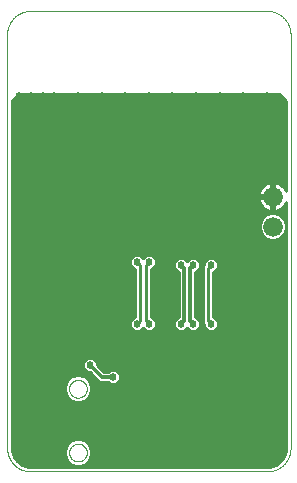
<source format=gbl>
G75*
%MOIN*%
%OFA0B0*%
%FSLAX25Y25*%
%IPPOS*%
%LPD*%
%AMOC8*
5,1,8,0,0,1.08239X$1,22.5*
%
%ADD10C,0.00000*%
%ADD11C,0.06600*%
%ADD12C,0.01000*%
%ADD13C,0.02460*%
%ADD14C,0.01200*%
D10*
X0009971Y0009124D02*
X0088711Y0009124D01*
X0088901Y0009126D01*
X0089091Y0009133D01*
X0089281Y0009145D01*
X0089471Y0009161D01*
X0089660Y0009181D01*
X0089849Y0009207D01*
X0090037Y0009236D01*
X0090224Y0009271D01*
X0090410Y0009310D01*
X0090595Y0009353D01*
X0090780Y0009401D01*
X0090963Y0009453D01*
X0091144Y0009509D01*
X0091324Y0009570D01*
X0091503Y0009636D01*
X0091680Y0009705D01*
X0091856Y0009779D01*
X0092029Y0009857D01*
X0092201Y0009940D01*
X0092370Y0010026D01*
X0092538Y0010116D01*
X0092703Y0010211D01*
X0092866Y0010309D01*
X0093026Y0010412D01*
X0093184Y0010518D01*
X0093339Y0010628D01*
X0093492Y0010741D01*
X0093642Y0010859D01*
X0093788Y0010980D01*
X0093932Y0011104D01*
X0094073Y0011232D01*
X0094211Y0011363D01*
X0094346Y0011498D01*
X0094477Y0011636D01*
X0094605Y0011777D01*
X0094729Y0011921D01*
X0094850Y0012067D01*
X0094968Y0012217D01*
X0095081Y0012370D01*
X0095191Y0012525D01*
X0095297Y0012683D01*
X0095400Y0012843D01*
X0095498Y0013006D01*
X0095593Y0013171D01*
X0095683Y0013339D01*
X0095769Y0013508D01*
X0095852Y0013680D01*
X0095930Y0013853D01*
X0096004Y0014029D01*
X0096073Y0014206D01*
X0096139Y0014385D01*
X0096200Y0014565D01*
X0096256Y0014746D01*
X0096308Y0014929D01*
X0096356Y0015114D01*
X0096399Y0015299D01*
X0096438Y0015485D01*
X0096473Y0015672D01*
X0096502Y0015860D01*
X0096528Y0016049D01*
X0096548Y0016238D01*
X0096564Y0016428D01*
X0096576Y0016618D01*
X0096583Y0016808D01*
X0096585Y0016998D01*
X0096585Y0154793D01*
X0096583Y0154983D01*
X0096576Y0155173D01*
X0096564Y0155363D01*
X0096548Y0155553D01*
X0096528Y0155742D01*
X0096502Y0155931D01*
X0096473Y0156119D01*
X0096438Y0156306D01*
X0096399Y0156492D01*
X0096356Y0156677D01*
X0096308Y0156862D01*
X0096256Y0157045D01*
X0096200Y0157226D01*
X0096139Y0157406D01*
X0096073Y0157585D01*
X0096004Y0157762D01*
X0095930Y0157938D01*
X0095852Y0158111D01*
X0095769Y0158283D01*
X0095683Y0158452D01*
X0095593Y0158620D01*
X0095498Y0158785D01*
X0095400Y0158948D01*
X0095297Y0159108D01*
X0095191Y0159266D01*
X0095081Y0159421D01*
X0094968Y0159574D01*
X0094850Y0159724D01*
X0094729Y0159870D01*
X0094605Y0160014D01*
X0094477Y0160155D01*
X0094346Y0160293D01*
X0094211Y0160428D01*
X0094073Y0160559D01*
X0093932Y0160687D01*
X0093788Y0160811D01*
X0093642Y0160932D01*
X0093492Y0161050D01*
X0093339Y0161163D01*
X0093184Y0161273D01*
X0093026Y0161379D01*
X0092866Y0161482D01*
X0092703Y0161580D01*
X0092538Y0161675D01*
X0092370Y0161765D01*
X0092201Y0161851D01*
X0092029Y0161934D01*
X0091856Y0162012D01*
X0091680Y0162086D01*
X0091503Y0162155D01*
X0091324Y0162221D01*
X0091144Y0162282D01*
X0090963Y0162338D01*
X0090780Y0162390D01*
X0090595Y0162438D01*
X0090410Y0162481D01*
X0090224Y0162520D01*
X0090037Y0162555D01*
X0089849Y0162584D01*
X0089660Y0162610D01*
X0089471Y0162630D01*
X0089281Y0162646D01*
X0089091Y0162658D01*
X0088901Y0162665D01*
X0088711Y0162667D01*
X0009971Y0162667D01*
X0009781Y0162665D01*
X0009591Y0162658D01*
X0009401Y0162646D01*
X0009211Y0162630D01*
X0009022Y0162610D01*
X0008833Y0162584D01*
X0008645Y0162555D01*
X0008458Y0162520D01*
X0008272Y0162481D01*
X0008087Y0162438D01*
X0007902Y0162390D01*
X0007719Y0162338D01*
X0007538Y0162282D01*
X0007358Y0162221D01*
X0007179Y0162155D01*
X0007002Y0162086D01*
X0006826Y0162012D01*
X0006653Y0161934D01*
X0006481Y0161851D01*
X0006312Y0161765D01*
X0006144Y0161675D01*
X0005979Y0161580D01*
X0005816Y0161482D01*
X0005656Y0161379D01*
X0005498Y0161273D01*
X0005343Y0161163D01*
X0005190Y0161050D01*
X0005040Y0160932D01*
X0004894Y0160811D01*
X0004750Y0160687D01*
X0004609Y0160559D01*
X0004471Y0160428D01*
X0004336Y0160293D01*
X0004205Y0160155D01*
X0004077Y0160014D01*
X0003953Y0159870D01*
X0003832Y0159724D01*
X0003714Y0159574D01*
X0003601Y0159421D01*
X0003491Y0159266D01*
X0003385Y0159108D01*
X0003282Y0158948D01*
X0003184Y0158785D01*
X0003089Y0158620D01*
X0002999Y0158452D01*
X0002913Y0158283D01*
X0002830Y0158111D01*
X0002752Y0157938D01*
X0002678Y0157762D01*
X0002609Y0157585D01*
X0002543Y0157406D01*
X0002482Y0157226D01*
X0002426Y0157045D01*
X0002374Y0156862D01*
X0002326Y0156677D01*
X0002283Y0156492D01*
X0002244Y0156306D01*
X0002209Y0156119D01*
X0002180Y0155931D01*
X0002154Y0155742D01*
X0002134Y0155553D01*
X0002118Y0155363D01*
X0002106Y0155173D01*
X0002099Y0154983D01*
X0002097Y0154793D01*
X0002097Y0016998D01*
X0002099Y0016808D01*
X0002106Y0016618D01*
X0002118Y0016428D01*
X0002134Y0016238D01*
X0002154Y0016049D01*
X0002180Y0015860D01*
X0002209Y0015672D01*
X0002244Y0015485D01*
X0002283Y0015299D01*
X0002326Y0015114D01*
X0002374Y0014929D01*
X0002426Y0014746D01*
X0002482Y0014565D01*
X0002543Y0014385D01*
X0002609Y0014206D01*
X0002678Y0014029D01*
X0002752Y0013853D01*
X0002830Y0013680D01*
X0002913Y0013508D01*
X0002999Y0013339D01*
X0003089Y0013171D01*
X0003184Y0013006D01*
X0003282Y0012843D01*
X0003385Y0012683D01*
X0003491Y0012525D01*
X0003601Y0012370D01*
X0003714Y0012217D01*
X0003832Y0012067D01*
X0003953Y0011921D01*
X0004077Y0011777D01*
X0004205Y0011636D01*
X0004336Y0011498D01*
X0004471Y0011363D01*
X0004609Y0011232D01*
X0004750Y0011104D01*
X0004894Y0010980D01*
X0005040Y0010859D01*
X0005190Y0010741D01*
X0005343Y0010628D01*
X0005498Y0010518D01*
X0005656Y0010412D01*
X0005816Y0010309D01*
X0005979Y0010211D01*
X0006144Y0010116D01*
X0006312Y0010026D01*
X0006481Y0009940D01*
X0006653Y0009857D01*
X0006826Y0009779D01*
X0007002Y0009705D01*
X0007179Y0009636D01*
X0007358Y0009570D01*
X0007538Y0009509D01*
X0007719Y0009453D01*
X0007902Y0009401D01*
X0008087Y0009353D01*
X0008272Y0009310D01*
X0008458Y0009271D01*
X0008645Y0009236D01*
X0008833Y0009207D01*
X0009022Y0009181D01*
X0009211Y0009161D01*
X0009401Y0009145D01*
X0009591Y0009133D01*
X0009781Y0009126D01*
X0009971Y0009124D01*
X0022766Y0015423D02*
X0022768Y0015531D01*
X0022774Y0015640D01*
X0022784Y0015748D01*
X0022798Y0015855D01*
X0022816Y0015962D01*
X0022837Y0016069D01*
X0022863Y0016174D01*
X0022893Y0016279D01*
X0022926Y0016382D01*
X0022963Y0016484D01*
X0023004Y0016584D01*
X0023048Y0016683D01*
X0023097Y0016781D01*
X0023148Y0016876D01*
X0023203Y0016969D01*
X0023262Y0017061D01*
X0023324Y0017150D01*
X0023389Y0017237D01*
X0023457Y0017321D01*
X0023528Y0017403D01*
X0023602Y0017482D01*
X0023679Y0017558D01*
X0023759Y0017632D01*
X0023842Y0017702D01*
X0023927Y0017770D01*
X0024014Y0017834D01*
X0024104Y0017895D01*
X0024196Y0017953D01*
X0024290Y0018007D01*
X0024386Y0018058D01*
X0024483Y0018105D01*
X0024583Y0018149D01*
X0024684Y0018189D01*
X0024786Y0018225D01*
X0024889Y0018257D01*
X0024994Y0018286D01*
X0025100Y0018310D01*
X0025206Y0018331D01*
X0025313Y0018348D01*
X0025421Y0018361D01*
X0025529Y0018370D01*
X0025638Y0018375D01*
X0025746Y0018376D01*
X0025855Y0018373D01*
X0025963Y0018366D01*
X0026071Y0018355D01*
X0026178Y0018340D01*
X0026285Y0018321D01*
X0026391Y0018298D01*
X0026496Y0018272D01*
X0026601Y0018241D01*
X0026703Y0018207D01*
X0026805Y0018169D01*
X0026905Y0018127D01*
X0027004Y0018082D01*
X0027101Y0018033D01*
X0027195Y0017980D01*
X0027288Y0017924D01*
X0027379Y0017865D01*
X0027468Y0017802D01*
X0027554Y0017737D01*
X0027638Y0017668D01*
X0027719Y0017596D01*
X0027797Y0017521D01*
X0027873Y0017443D01*
X0027946Y0017362D01*
X0028016Y0017279D01*
X0028082Y0017194D01*
X0028146Y0017106D01*
X0028206Y0017015D01*
X0028263Y0016923D01*
X0028316Y0016828D01*
X0028366Y0016732D01*
X0028412Y0016634D01*
X0028455Y0016534D01*
X0028494Y0016433D01*
X0028529Y0016330D01*
X0028561Y0016227D01*
X0028588Y0016122D01*
X0028612Y0016016D01*
X0028632Y0015909D01*
X0028648Y0015802D01*
X0028660Y0015694D01*
X0028668Y0015586D01*
X0028672Y0015477D01*
X0028672Y0015369D01*
X0028668Y0015260D01*
X0028660Y0015152D01*
X0028648Y0015044D01*
X0028632Y0014937D01*
X0028612Y0014830D01*
X0028588Y0014724D01*
X0028561Y0014619D01*
X0028529Y0014516D01*
X0028494Y0014413D01*
X0028455Y0014312D01*
X0028412Y0014212D01*
X0028366Y0014114D01*
X0028316Y0014018D01*
X0028263Y0013923D01*
X0028206Y0013831D01*
X0028146Y0013740D01*
X0028082Y0013652D01*
X0028016Y0013567D01*
X0027946Y0013484D01*
X0027873Y0013403D01*
X0027797Y0013325D01*
X0027719Y0013250D01*
X0027638Y0013178D01*
X0027554Y0013109D01*
X0027468Y0013044D01*
X0027379Y0012981D01*
X0027288Y0012922D01*
X0027196Y0012866D01*
X0027101Y0012813D01*
X0027004Y0012764D01*
X0026905Y0012719D01*
X0026805Y0012677D01*
X0026703Y0012639D01*
X0026601Y0012605D01*
X0026496Y0012574D01*
X0026391Y0012548D01*
X0026285Y0012525D01*
X0026178Y0012506D01*
X0026071Y0012491D01*
X0025963Y0012480D01*
X0025855Y0012473D01*
X0025746Y0012470D01*
X0025638Y0012471D01*
X0025529Y0012476D01*
X0025421Y0012485D01*
X0025313Y0012498D01*
X0025206Y0012515D01*
X0025100Y0012536D01*
X0024994Y0012560D01*
X0024889Y0012589D01*
X0024786Y0012621D01*
X0024684Y0012657D01*
X0024583Y0012697D01*
X0024483Y0012741D01*
X0024386Y0012788D01*
X0024290Y0012839D01*
X0024196Y0012893D01*
X0024104Y0012951D01*
X0024014Y0013012D01*
X0023927Y0013076D01*
X0023842Y0013144D01*
X0023759Y0013214D01*
X0023679Y0013288D01*
X0023602Y0013364D01*
X0023528Y0013443D01*
X0023457Y0013525D01*
X0023389Y0013609D01*
X0023324Y0013696D01*
X0023262Y0013785D01*
X0023203Y0013877D01*
X0023148Y0013970D01*
X0023097Y0014065D01*
X0023048Y0014163D01*
X0023004Y0014262D01*
X0022963Y0014362D01*
X0022926Y0014464D01*
X0022893Y0014567D01*
X0022863Y0014672D01*
X0022837Y0014777D01*
X0022816Y0014884D01*
X0022798Y0014991D01*
X0022784Y0015098D01*
X0022774Y0015206D01*
X0022768Y0015315D01*
X0022766Y0015423D01*
X0022766Y0036683D02*
X0022768Y0036791D01*
X0022774Y0036900D01*
X0022784Y0037008D01*
X0022798Y0037115D01*
X0022816Y0037222D01*
X0022837Y0037329D01*
X0022863Y0037434D01*
X0022893Y0037539D01*
X0022926Y0037642D01*
X0022963Y0037744D01*
X0023004Y0037844D01*
X0023048Y0037943D01*
X0023097Y0038041D01*
X0023148Y0038136D01*
X0023203Y0038229D01*
X0023262Y0038321D01*
X0023324Y0038410D01*
X0023389Y0038497D01*
X0023457Y0038581D01*
X0023528Y0038663D01*
X0023602Y0038742D01*
X0023679Y0038818D01*
X0023759Y0038892D01*
X0023842Y0038962D01*
X0023927Y0039030D01*
X0024014Y0039094D01*
X0024104Y0039155D01*
X0024196Y0039213D01*
X0024290Y0039267D01*
X0024386Y0039318D01*
X0024483Y0039365D01*
X0024583Y0039409D01*
X0024684Y0039449D01*
X0024786Y0039485D01*
X0024889Y0039517D01*
X0024994Y0039546D01*
X0025100Y0039570D01*
X0025206Y0039591D01*
X0025313Y0039608D01*
X0025421Y0039621D01*
X0025529Y0039630D01*
X0025638Y0039635D01*
X0025746Y0039636D01*
X0025855Y0039633D01*
X0025963Y0039626D01*
X0026071Y0039615D01*
X0026178Y0039600D01*
X0026285Y0039581D01*
X0026391Y0039558D01*
X0026496Y0039532D01*
X0026601Y0039501D01*
X0026703Y0039467D01*
X0026805Y0039429D01*
X0026905Y0039387D01*
X0027004Y0039342D01*
X0027101Y0039293D01*
X0027195Y0039240D01*
X0027288Y0039184D01*
X0027379Y0039125D01*
X0027468Y0039062D01*
X0027554Y0038997D01*
X0027638Y0038928D01*
X0027719Y0038856D01*
X0027797Y0038781D01*
X0027873Y0038703D01*
X0027946Y0038622D01*
X0028016Y0038539D01*
X0028082Y0038454D01*
X0028146Y0038366D01*
X0028206Y0038275D01*
X0028263Y0038183D01*
X0028316Y0038088D01*
X0028366Y0037992D01*
X0028412Y0037894D01*
X0028455Y0037794D01*
X0028494Y0037693D01*
X0028529Y0037590D01*
X0028561Y0037487D01*
X0028588Y0037382D01*
X0028612Y0037276D01*
X0028632Y0037169D01*
X0028648Y0037062D01*
X0028660Y0036954D01*
X0028668Y0036846D01*
X0028672Y0036737D01*
X0028672Y0036629D01*
X0028668Y0036520D01*
X0028660Y0036412D01*
X0028648Y0036304D01*
X0028632Y0036197D01*
X0028612Y0036090D01*
X0028588Y0035984D01*
X0028561Y0035879D01*
X0028529Y0035776D01*
X0028494Y0035673D01*
X0028455Y0035572D01*
X0028412Y0035472D01*
X0028366Y0035374D01*
X0028316Y0035278D01*
X0028263Y0035183D01*
X0028206Y0035091D01*
X0028146Y0035000D01*
X0028082Y0034912D01*
X0028016Y0034827D01*
X0027946Y0034744D01*
X0027873Y0034663D01*
X0027797Y0034585D01*
X0027719Y0034510D01*
X0027638Y0034438D01*
X0027554Y0034369D01*
X0027468Y0034304D01*
X0027379Y0034241D01*
X0027288Y0034182D01*
X0027196Y0034126D01*
X0027101Y0034073D01*
X0027004Y0034024D01*
X0026905Y0033979D01*
X0026805Y0033937D01*
X0026703Y0033899D01*
X0026601Y0033865D01*
X0026496Y0033834D01*
X0026391Y0033808D01*
X0026285Y0033785D01*
X0026178Y0033766D01*
X0026071Y0033751D01*
X0025963Y0033740D01*
X0025855Y0033733D01*
X0025746Y0033730D01*
X0025638Y0033731D01*
X0025529Y0033736D01*
X0025421Y0033745D01*
X0025313Y0033758D01*
X0025206Y0033775D01*
X0025100Y0033796D01*
X0024994Y0033820D01*
X0024889Y0033849D01*
X0024786Y0033881D01*
X0024684Y0033917D01*
X0024583Y0033957D01*
X0024483Y0034001D01*
X0024386Y0034048D01*
X0024290Y0034099D01*
X0024196Y0034153D01*
X0024104Y0034211D01*
X0024014Y0034272D01*
X0023927Y0034336D01*
X0023842Y0034404D01*
X0023759Y0034474D01*
X0023679Y0034548D01*
X0023602Y0034624D01*
X0023528Y0034703D01*
X0023457Y0034785D01*
X0023389Y0034869D01*
X0023324Y0034956D01*
X0023262Y0035045D01*
X0023203Y0035137D01*
X0023148Y0035230D01*
X0023097Y0035325D01*
X0023048Y0035423D01*
X0023004Y0035522D01*
X0022963Y0035622D01*
X0022926Y0035724D01*
X0022893Y0035827D01*
X0022863Y0035932D01*
X0022837Y0036037D01*
X0022816Y0036144D01*
X0022798Y0036251D01*
X0022784Y0036358D01*
X0022774Y0036466D01*
X0022768Y0036575D01*
X0022766Y0036683D01*
D11*
X0090680Y0090738D03*
X0090680Y0100738D03*
D12*
X0007078Y0011319D02*
X0005464Y0012491D01*
X0004292Y0014104D01*
X0003676Y0016001D01*
X0003597Y0016998D01*
X0003597Y0132671D01*
X0006034Y0135108D01*
X0092648Y0135108D01*
X0095085Y0132671D01*
X0095085Y0102665D01*
X0094785Y0103254D01*
X0094341Y0103865D01*
X0093807Y0104399D01*
X0093196Y0104844D01*
X0092522Y0105187D01*
X0091804Y0105420D01*
X0091164Y0105521D01*
X0091164Y0101223D01*
X0090196Y0101223D01*
X0090196Y0105521D01*
X0089556Y0105420D01*
X0088837Y0105187D01*
X0088164Y0104844D01*
X0087553Y0104399D01*
X0087019Y0103865D01*
X0086575Y0103254D01*
X0086232Y0102581D01*
X0085998Y0101862D01*
X0085897Y0101222D01*
X0090196Y0101222D01*
X0090196Y0100254D01*
X0091164Y0100254D01*
X0091164Y0095955D01*
X0091804Y0096056D01*
X0092522Y0096290D01*
X0093196Y0096633D01*
X0093807Y0097077D01*
X0094341Y0097611D01*
X0094785Y0098222D01*
X0095085Y0098812D01*
X0095085Y0016998D01*
X0095007Y0016001D01*
X0094391Y0014104D01*
X0093219Y0012491D01*
X0091605Y0011319D01*
X0089709Y0010702D01*
X0088711Y0010624D01*
X0009971Y0010624D01*
X0008974Y0010702D01*
X0007078Y0011319D01*
X0007686Y0011121D02*
X0024470Y0011121D01*
X0024834Y0010970D02*
X0023197Y0011648D01*
X0021944Y0012901D01*
X0021267Y0014538D01*
X0021267Y0016309D01*
X0021944Y0017946D01*
X0023197Y0019198D01*
X0024834Y0019876D01*
X0026605Y0019876D01*
X0028242Y0019198D01*
X0029494Y0017946D01*
X0030172Y0016309D01*
X0030172Y0014538D01*
X0029494Y0012901D01*
X0028242Y0011648D01*
X0026605Y0010970D01*
X0024834Y0010970D01*
X0026968Y0011121D02*
X0090997Y0011121D01*
X0092707Y0012120D02*
X0028713Y0012120D01*
X0029584Y0013118D02*
X0093674Y0013118D01*
X0094395Y0014117D02*
X0029998Y0014117D01*
X0030172Y0015115D02*
X0094719Y0015115D01*
X0095016Y0016114D02*
X0030172Y0016114D01*
X0029839Y0017112D02*
X0095085Y0017112D01*
X0095085Y0018111D02*
X0029329Y0018111D01*
X0028331Y0019109D02*
X0095085Y0019109D01*
X0095085Y0020108D02*
X0003597Y0020108D01*
X0003597Y0021106D02*
X0095085Y0021106D01*
X0095085Y0022105D02*
X0003597Y0022105D01*
X0003597Y0023103D02*
X0095085Y0023103D01*
X0095085Y0024102D02*
X0003597Y0024102D01*
X0003597Y0025100D02*
X0095085Y0025100D01*
X0095085Y0026099D02*
X0003597Y0026099D01*
X0003597Y0027097D02*
X0095085Y0027097D01*
X0095085Y0028096D02*
X0003597Y0028096D01*
X0003597Y0029094D02*
X0095085Y0029094D01*
X0095085Y0030093D02*
X0003597Y0030093D01*
X0003597Y0031091D02*
X0095085Y0031091D01*
X0095085Y0032090D02*
X0003597Y0032090D01*
X0003597Y0033088D02*
X0023017Y0033088D01*
X0023197Y0032908D02*
X0024834Y0032230D01*
X0026605Y0032230D01*
X0028242Y0032908D01*
X0029494Y0034161D01*
X0030172Y0035797D01*
X0030172Y0037569D01*
X0029494Y0039205D01*
X0028242Y0040458D01*
X0026605Y0041136D01*
X0024834Y0041136D01*
X0023197Y0040458D01*
X0021944Y0039205D01*
X0021267Y0037569D01*
X0021267Y0035797D01*
X0021944Y0034161D01*
X0023197Y0032908D01*
X0022018Y0034087D02*
X0003597Y0034087D01*
X0003597Y0035085D02*
X0021561Y0035085D01*
X0021267Y0036084D02*
X0003597Y0036084D01*
X0003597Y0037082D02*
X0021267Y0037082D01*
X0021479Y0038081D02*
X0003597Y0038081D01*
X0003597Y0039079D02*
X0021892Y0039079D01*
X0022817Y0040078D02*
X0003597Y0040078D01*
X0003597Y0041076D02*
X0024690Y0041076D01*
X0026748Y0041076D02*
X0030733Y0041076D01*
X0031731Y0040078D02*
X0028622Y0040078D01*
X0029546Y0039079D02*
X0032730Y0039079D01*
X0032889Y0038920D02*
X0035935Y0038920D01*
X0036565Y0038290D01*
X0038495Y0038290D01*
X0039860Y0039655D01*
X0039860Y0041585D01*
X0038495Y0042950D01*
X0036565Y0042950D01*
X0035935Y0042320D01*
X0034297Y0042320D01*
X0031986Y0044631D01*
X0031986Y0045522D01*
X0030621Y0046887D01*
X0028691Y0046887D01*
X0027326Y0045522D01*
X0027326Y0043592D01*
X0028691Y0042227D01*
X0029582Y0042227D01*
X0032889Y0038920D01*
X0033544Y0043073D02*
X0095085Y0043073D01*
X0095085Y0042075D02*
X0039370Y0042075D01*
X0039860Y0041076D02*
X0095085Y0041076D01*
X0095085Y0040078D02*
X0039860Y0040078D01*
X0039285Y0039079D02*
X0095085Y0039079D01*
X0095085Y0038081D02*
X0029960Y0038081D01*
X0030172Y0037082D02*
X0095085Y0037082D01*
X0095085Y0036084D02*
X0030172Y0036084D01*
X0029877Y0035085D02*
X0095085Y0035085D01*
X0095085Y0034087D02*
X0029420Y0034087D01*
X0028422Y0033088D02*
X0095085Y0033088D01*
X0095085Y0044072D02*
X0032546Y0044072D01*
X0031986Y0045070D02*
X0095085Y0045070D01*
X0095085Y0046069D02*
X0031439Y0046069D01*
X0029734Y0042075D02*
X0003597Y0042075D01*
X0003597Y0043073D02*
X0027845Y0043073D01*
X0027326Y0044072D02*
X0003597Y0044072D01*
X0003597Y0045070D02*
X0027326Y0045070D01*
X0027873Y0046069D02*
X0003597Y0046069D01*
X0003597Y0047067D02*
X0095085Y0047067D01*
X0095085Y0048066D02*
X0003597Y0048066D01*
X0003597Y0049064D02*
X0095085Y0049064D01*
X0095085Y0050063D02*
X0003597Y0050063D01*
X0003597Y0051061D02*
X0095085Y0051061D01*
X0095085Y0052060D02*
X0003597Y0052060D01*
X0003597Y0053059D02*
X0095085Y0053059D01*
X0095085Y0054057D02*
X0003597Y0054057D01*
X0003597Y0055056D02*
X0095085Y0055056D01*
X0095085Y0056054D02*
X0071023Y0056054D01*
X0070976Y0056007D02*
X0072341Y0057372D01*
X0072341Y0059302D01*
X0070976Y0060667D01*
X0070626Y0060667D01*
X0070626Y0075692D01*
X0070976Y0075692D01*
X0072341Y0077057D01*
X0072341Y0078987D01*
X0070976Y0080352D01*
X0069046Y0080352D01*
X0067681Y0078987D01*
X0067681Y0077954D01*
X0067426Y0077700D01*
X0067426Y0058658D01*
X0067681Y0058404D01*
X0067681Y0057372D01*
X0069046Y0056007D01*
X0070976Y0056007D01*
X0072022Y0057053D02*
X0095085Y0057053D01*
X0095085Y0058051D02*
X0072341Y0058051D01*
X0072341Y0059050D02*
X0095085Y0059050D01*
X0095085Y0060048D02*
X0071594Y0060048D01*
X0070626Y0061047D02*
X0095085Y0061047D01*
X0095085Y0062045D02*
X0070626Y0062045D01*
X0070626Y0063044D02*
X0095085Y0063044D01*
X0095085Y0064042D02*
X0070626Y0064042D01*
X0070626Y0065041D02*
X0095085Y0065041D01*
X0095085Y0066039D02*
X0070626Y0066039D01*
X0070626Y0067038D02*
X0095085Y0067038D01*
X0095085Y0068036D02*
X0070626Y0068036D01*
X0070626Y0069035D02*
X0095085Y0069035D01*
X0095085Y0070033D02*
X0070626Y0070033D01*
X0070626Y0071032D02*
X0095085Y0071032D01*
X0095085Y0072030D02*
X0070626Y0072030D01*
X0070626Y0073029D02*
X0095085Y0073029D01*
X0095085Y0074027D02*
X0070626Y0074027D01*
X0070626Y0075026D02*
X0095085Y0075026D01*
X0095085Y0076024D02*
X0071308Y0076024D01*
X0072307Y0077023D02*
X0095085Y0077023D01*
X0095085Y0078021D02*
X0072341Y0078021D01*
X0072307Y0079020D02*
X0095085Y0079020D01*
X0095085Y0080018D02*
X0071309Y0080018D01*
X0070011Y0078022D02*
X0069026Y0077037D01*
X0069026Y0059321D01*
X0070011Y0058337D01*
X0068998Y0056054D02*
X0065118Y0056054D01*
X0065070Y0056007D02*
X0066435Y0057372D01*
X0066435Y0059302D01*
X0065070Y0060667D01*
X0064821Y0060667D01*
X0064821Y0075692D01*
X0065070Y0075692D01*
X0066435Y0077057D01*
X0066435Y0078987D01*
X0065070Y0080352D01*
X0063140Y0080352D01*
X0062137Y0079348D01*
X0061133Y0080352D01*
X0059203Y0080352D01*
X0057838Y0078987D01*
X0057838Y0077057D01*
X0059203Y0075692D01*
X0059452Y0075692D01*
X0059452Y0060667D01*
X0059203Y0060667D01*
X0057838Y0059302D01*
X0057838Y0057372D01*
X0059203Y0056007D01*
X0061133Y0056007D01*
X0062137Y0057010D01*
X0063140Y0056007D01*
X0065070Y0056007D01*
X0066116Y0057053D02*
X0068000Y0057053D01*
X0067681Y0058051D02*
X0066435Y0058051D01*
X0066435Y0059050D02*
X0067426Y0059050D01*
X0067426Y0060048D02*
X0065689Y0060048D01*
X0064821Y0061047D02*
X0067426Y0061047D01*
X0067426Y0062045D02*
X0064821Y0062045D01*
X0064821Y0063044D02*
X0067426Y0063044D01*
X0067426Y0064042D02*
X0064821Y0064042D01*
X0064821Y0065041D02*
X0067426Y0065041D01*
X0067426Y0066039D02*
X0064821Y0066039D01*
X0064821Y0067038D02*
X0067426Y0067038D01*
X0067426Y0068036D02*
X0064821Y0068036D01*
X0064821Y0069035D02*
X0067426Y0069035D01*
X0067426Y0070033D02*
X0064821Y0070033D01*
X0064821Y0071032D02*
X0067426Y0071032D01*
X0067426Y0072030D02*
X0064821Y0072030D01*
X0064821Y0073029D02*
X0067426Y0073029D01*
X0067426Y0074027D02*
X0064821Y0074027D01*
X0064821Y0075026D02*
X0067426Y0075026D01*
X0067426Y0076024D02*
X0065403Y0076024D01*
X0066401Y0077023D02*
X0067426Y0077023D01*
X0067681Y0078021D02*
X0066435Y0078021D01*
X0066402Y0079020D02*
X0067714Y0079020D01*
X0068712Y0080018D02*
X0065403Y0080018D01*
X0062807Y0080018D02*
X0061466Y0080018D01*
X0058870Y0080018D02*
X0051624Y0080018D01*
X0051671Y0079971D02*
X0050306Y0081336D01*
X0048376Y0081336D01*
X0047373Y0080332D01*
X0046369Y0081336D01*
X0044439Y0081336D01*
X0043074Y0079971D01*
X0043074Y0078041D01*
X0044439Y0076676D01*
X0044789Y0076676D01*
X0044789Y0060667D01*
X0044439Y0060667D01*
X0043074Y0059302D01*
X0043074Y0057372D01*
X0044439Y0056007D01*
X0046369Y0056007D01*
X0047373Y0057010D01*
X0048376Y0056007D01*
X0050306Y0056007D01*
X0051671Y0057372D01*
X0051671Y0059302D01*
X0050306Y0060667D01*
X0049957Y0060667D01*
X0049957Y0076676D01*
X0050306Y0076676D01*
X0051671Y0078041D01*
X0051671Y0079971D01*
X0051671Y0079020D02*
X0057871Y0079020D01*
X0057838Y0078021D02*
X0051652Y0078021D01*
X0050653Y0077023D02*
X0057872Y0077023D01*
X0058870Y0076024D02*
X0049957Y0076024D01*
X0049957Y0075026D02*
X0059452Y0075026D01*
X0059452Y0074027D02*
X0049957Y0074027D01*
X0049957Y0073029D02*
X0059452Y0073029D01*
X0059452Y0072030D02*
X0049957Y0072030D01*
X0049957Y0071032D02*
X0059452Y0071032D01*
X0059452Y0070033D02*
X0049957Y0070033D01*
X0049957Y0069035D02*
X0059452Y0069035D01*
X0059452Y0068036D02*
X0049957Y0068036D01*
X0049957Y0067038D02*
X0059452Y0067038D01*
X0059452Y0066039D02*
X0049957Y0066039D01*
X0049957Y0065041D02*
X0059452Y0065041D01*
X0059452Y0064042D02*
X0049957Y0064042D01*
X0049957Y0063044D02*
X0059452Y0063044D01*
X0059452Y0062045D02*
X0049957Y0062045D01*
X0049957Y0061047D02*
X0059452Y0061047D01*
X0058585Y0060048D02*
X0050925Y0060048D01*
X0051671Y0059050D02*
X0057838Y0059050D01*
X0057838Y0058051D02*
X0051671Y0058051D01*
X0051352Y0057053D02*
X0058157Y0057053D01*
X0059156Y0056054D02*
X0050354Y0056054D01*
X0049341Y0058337D02*
X0048357Y0059321D01*
X0048357Y0078022D01*
X0049341Y0079006D01*
X0050625Y0081017D02*
X0095085Y0081017D01*
X0095085Y0082015D02*
X0003597Y0082015D01*
X0003597Y0081017D02*
X0044120Y0081017D01*
X0043122Y0080018D02*
X0003597Y0080018D01*
X0003597Y0079020D02*
X0043074Y0079020D01*
X0043094Y0078021D02*
X0003597Y0078021D01*
X0003597Y0077023D02*
X0044092Y0077023D01*
X0044789Y0076024D02*
X0003597Y0076024D01*
X0003597Y0075026D02*
X0044789Y0075026D01*
X0044789Y0074027D02*
X0003597Y0074027D01*
X0003597Y0073029D02*
X0044789Y0073029D01*
X0044789Y0072030D02*
X0003597Y0072030D01*
X0003597Y0071032D02*
X0044789Y0071032D01*
X0044789Y0070033D02*
X0003597Y0070033D01*
X0003597Y0069035D02*
X0044789Y0069035D01*
X0044789Y0068036D02*
X0003597Y0068036D01*
X0003597Y0067038D02*
X0044789Y0067038D01*
X0044789Y0066039D02*
X0003597Y0066039D01*
X0003597Y0065041D02*
X0044789Y0065041D01*
X0044789Y0064042D02*
X0003597Y0064042D01*
X0003597Y0063044D02*
X0044789Y0063044D01*
X0044789Y0062045D02*
X0003597Y0062045D01*
X0003597Y0061047D02*
X0044789Y0061047D01*
X0043821Y0060048D02*
X0003597Y0060048D01*
X0003597Y0059050D02*
X0043074Y0059050D01*
X0043074Y0058051D02*
X0003597Y0058051D01*
X0003597Y0057053D02*
X0043393Y0057053D01*
X0044392Y0056054D02*
X0003597Y0056054D01*
X0003597Y0083014D02*
X0095085Y0083014D01*
X0095085Y0084012D02*
X0003597Y0084012D01*
X0003597Y0085011D02*
X0095085Y0085011D01*
X0095085Y0086009D02*
X0003597Y0086009D01*
X0003597Y0087008D02*
X0088188Y0087008D01*
X0089805Y0086338D01*
X0091555Y0086338D01*
X0093172Y0087008D01*
X0095085Y0087008D01*
X0095085Y0088006D02*
X0094171Y0088006D01*
X0094410Y0088246D02*
X0095080Y0089863D01*
X0095080Y0091613D01*
X0094410Y0093231D01*
X0093172Y0094468D01*
X0091555Y0095138D01*
X0089805Y0095138D01*
X0088188Y0094468D01*
X0086950Y0093231D01*
X0086280Y0091613D01*
X0086280Y0089863D01*
X0086950Y0088246D01*
X0088188Y0087008D01*
X0087189Y0088006D02*
X0003597Y0088006D01*
X0003597Y0089005D02*
X0086635Y0089005D01*
X0086280Y0090003D02*
X0003597Y0090003D01*
X0003597Y0091002D02*
X0086280Y0091002D01*
X0086440Y0092000D02*
X0003597Y0092000D01*
X0003597Y0092999D02*
X0086854Y0092999D01*
X0087717Y0093997D02*
X0003597Y0093997D01*
X0003597Y0094996D02*
X0089461Y0094996D01*
X0089556Y0096056D02*
X0088837Y0096290D01*
X0088164Y0096633D01*
X0087553Y0097077D01*
X0087019Y0097611D01*
X0086575Y0098222D01*
X0086232Y0098896D01*
X0085998Y0099614D01*
X0085897Y0100254D01*
X0090196Y0100254D01*
X0090196Y0095955D01*
X0089556Y0096056D01*
X0089947Y0095995D02*
X0003597Y0095995D01*
X0003597Y0096993D02*
X0087668Y0096993D01*
X0086742Y0097992D02*
X0003597Y0097992D01*
X0003597Y0098990D02*
X0086201Y0098990D01*
X0085939Y0099989D02*
X0003597Y0099989D01*
X0003597Y0100987D02*
X0090196Y0100987D01*
X0090196Y0099989D02*
X0091164Y0099989D01*
X0091164Y0098990D02*
X0090196Y0098990D01*
X0090196Y0097992D02*
X0091164Y0097992D01*
X0091164Y0096993D02*
X0090196Y0096993D01*
X0090196Y0095995D02*
X0091164Y0095995D01*
X0091413Y0095995D02*
X0095085Y0095995D01*
X0095085Y0096993D02*
X0093691Y0096993D01*
X0094617Y0097992D02*
X0095085Y0097992D01*
X0095085Y0094996D02*
X0091898Y0094996D01*
X0093643Y0093997D02*
X0095085Y0093997D01*
X0095085Y0092999D02*
X0094506Y0092999D01*
X0094920Y0092000D02*
X0095085Y0092000D01*
X0095080Y0091002D02*
X0095085Y0091002D01*
X0095080Y0090003D02*
X0095085Y0090003D01*
X0095085Y0089005D02*
X0094724Y0089005D01*
X0094410Y0088246D02*
X0093172Y0087008D01*
X0091164Y0101986D02*
X0090196Y0101986D01*
X0090196Y0102984D02*
X0091164Y0102984D01*
X0091164Y0103983D02*
X0090196Y0103983D01*
X0090196Y0104981D02*
X0091164Y0104981D01*
X0092926Y0104981D02*
X0095085Y0104981D01*
X0095085Y0103983D02*
X0094224Y0103983D01*
X0094923Y0102984D02*
X0095085Y0102984D01*
X0095085Y0105980D02*
X0003597Y0105980D01*
X0003597Y0106978D02*
X0095085Y0106978D01*
X0095085Y0107977D02*
X0003597Y0107977D01*
X0003597Y0108975D02*
X0095085Y0108975D01*
X0095085Y0109974D02*
X0003597Y0109974D01*
X0003597Y0110972D02*
X0095085Y0110972D01*
X0095085Y0111971D02*
X0003597Y0111971D01*
X0003597Y0112969D02*
X0095085Y0112969D01*
X0095085Y0113968D02*
X0003597Y0113968D01*
X0003597Y0114966D02*
X0095085Y0114966D01*
X0095085Y0115965D02*
X0003597Y0115965D01*
X0003597Y0116963D02*
X0095085Y0116963D01*
X0095085Y0117962D02*
X0003597Y0117962D01*
X0003597Y0118960D02*
X0095085Y0118960D01*
X0095085Y0119959D02*
X0003597Y0119959D01*
X0003597Y0120957D02*
X0095085Y0120957D01*
X0095085Y0121956D02*
X0003597Y0121956D01*
X0003597Y0122954D02*
X0095085Y0122954D01*
X0095085Y0123953D02*
X0003597Y0123953D01*
X0003597Y0124951D02*
X0095085Y0124951D01*
X0095085Y0125950D02*
X0003597Y0125950D01*
X0003597Y0126948D02*
X0095085Y0126948D01*
X0095085Y0127947D02*
X0003597Y0127947D01*
X0003597Y0128945D02*
X0095085Y0128945D01*
X0095085Y0129944D02*
X0003597Y0129944D01*
X0003597Y0130942D02*
X0095085Y0130942D01*
X0095085Y0131941D02*
X0003597Y0131941D01*
X0003865Y0132939D02*
X0094817Y0132939D01*
X0093819Y0133938D02*
X0004864Y0133938D01*
X0005862Y0134936D02*
X0092820Y0134936D01*
X0088434Y0104981D02*
X0003597Y0104981D01*
X0003597Y0103983D02*
X0087136Y0103983D01*
X0086437Y0102984D02*
X0003597Y0102984D01*
X0003597Y0101986D02*
X0086038Y0101986D01*
X0063093Y0056054D02*
X0061181Y0056054D01*
X0048329Y0056054D02*
X0046417Y0056054D01*
X0045404Y0058337D02*
X0046389Y0059321D01*
X0046389Y0078022D01*
X0045404Y0079006D01*
X0046688Y0081017D02*
X0048057Y0081017D01*
X0023108Y0019109D02*
X0003597Y0019109D01*
X0003597Y0018111D02*
X0022110Y0018111D01*
X0021599Y0017112D02*
X0003597Y0017112D01*
X0003667Y0016114D02*
X0021267Y0016114D01*
X0021267Y0015115D02*
X0003964Y0015115D01*
X0004288Y0014117D02*
X0021441Y0014117D01*
X0021854Y0013118D02*
X0005008Y0013118D01*
X0005975Y0012120D02*
X0022726Y0012120D01*
D13*
X0017845Y0013061D03*
X0009971Y0013061D03*
X0006034Y0016998D03*
X0006034Y0024872D03*
X0006034Y0040620D03*
X0006034Y0056368D03*
X0008003Y0063258D03*
X0011940Y0068179D03*
X0021782Y0064242D03*
X0021782Y0056368D03*
X0029656Y0056368D03*
X0029656Y0044557D03*
X0037530Y0040620D03*
X0047373Y0046526D03*
X0053278Y0052431D03*
X0057215Y0052431D03*
X0060168Y0058337D03*
X0064105Y0058337D03*
X0070011Y0058337D03*
X0076900Y0064242D03*
X0084774Y0064242D03*
X0092648Y0064242D03*
X0092648Y0056368D03*
X0092648Y0032746D03*
X0092648Y0024872D03*
X0092648Y0016998D03*
X0076900Y0013061D03*
X0069026Y0013061D03*
X0053278Y0013061D03*
X0041467Y0013061D03*
X0033593Y0013061D03*
X0057215Y0040620D03*
X0049341Y0058337D03*
X0045404Y0058337D03*
X0045404Y0079006D03*
X0049341Y0079006D03*
X0057215Y0079990D03*
X0060168Y0078022D03*
X0064105Y0078022D03*
X0070011Y0078022D03*
X0057215Y0087864D03*
X0057215Y0103612D03*
X0057215Y0119360D03*
X0065089Y0119360D03*
X0065089Y0134124D03*
X0057215Y0134124D03*
X0049341Y0134124D03*
X0041467Y0134124D03*
X0033593Y0134124D03*
X0025719Y0134124D03*
X0017845Y0134124D03*
X0013908Y0134124D03*
X0009971Y0134124D03*
X0006034Y0134124D03*
X0005050Y0101644D03*
X0005050Y0087864D03*
X0029656Y0079990D03*
X0033593Y0087864D03*
X0033593Y0103612D03*
X0033593Y0119360D03*
X0069026Y0099675D03*
X0072963Y0134124D03*
X0080837Y0134124D03*
X0088711Y0134124D03*
X0092648Y0131171D03*
X0092648Y0127234D03*
X0092648Y0119360D03*
X0092648Y0111486D03*
D14*
X0064105Y0078022D02*
X0063121Y0077037D01*
X0063121Y0059321D01*
X0064105Y0058337D01*
X0061152Y0059321D02*
X0060168Y0058337D01*
X0061152Y0059321D02*
X0061152Y0077037D01*
X0060168Y0078022D01*
X0037530Y0040620D02*
X0033593Y0040620D01*
X0029656Y0044557D01*
M02*

</source>
